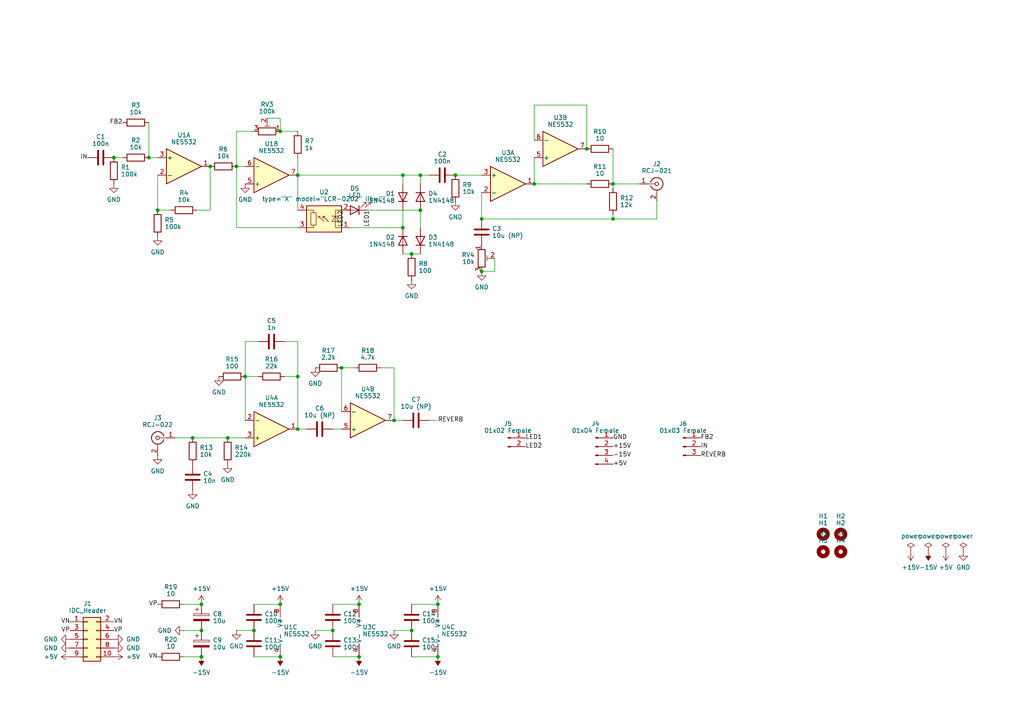
<source format=kicad_sch>
(kicad_sch (version 20211123) (generator "elektron")
  (paper "A4")
  (title_block (title "hall") (date "04-03-2023") (rev "1") (comment 1 "main circuit") (comment 2 "module for a spring reverb tank.") (comment 4 "License CC BY 4.0 - Attribution 4.0 International"))
  (label "IN" (at 25.4 45.72 180))
  (symbol (lib_id "Device:C") (at 29.21 45.72 90) (unit 1)
    (property "Reference" "C1" (at 29.21 39.69 -90))
    (property "Value" "100n" (at 29.21 41.69 -90))
    (property "Footprint" Capacitor_THT:C_Rect_L4.0mm_W2.5mm_P2.50mm (effects (hide yes) hide))
    (property "Description" "Unpolarized capacitor" (effects (hide yes)))
    (property "ki_keywords" "cap capacitor" (effects (hide yes)))
    (property "ki_fp_filters" "C_*" (effects (hide yes)))
  )
  (junction (at 33.02 45.72))
  (symbol (lib_id "Device:R") (at 33.02 49.53 0) (unit 1)
    (property "Reference" "R1" (at 35.04 48.53 0) (effects (justify left)))
    (property "Value" "100k" (at 35.04 50.53 0) (effects (justify left)))
    (property "Footprint" Resistor_THT:R_Axial_DIN0204_L3.6mm_D1.6mm_P5.08mm_Horizontal (effects (hide yes) hide))
    (property "Description" "Resistor" (effects (hide yes)))
    (property "ki_keywords" "R res resistor" (effects (hide yes)))
    (property "ki_fp_filters" "R_*" (effects (hide yes)))
  )
  (symbol (lib_id "power:GND") (at 33.02 53.34 0) (unit 1)
    (property "Reference" "GND" (effects (hide yes)))
    (property "Value" "GND" (at 33.02 57.88 0))
    (property "Description" "Power symbol creates a global label with name \"GND\" , ground" (effects (hide yes)))
    (property "ki_keywords" "global power" (effects (hide yes)))
  )
  (wire (pts (xy 33.02 45.72) (xy 35.56 45.72)))
  (symbol (lib_id "Device:R") (at 39.37 45.72 90) (unit 1)
    (property "Reference" "R2" (at 39.37 40.7 -90))
    (property "Value" "10k" (at 39.37 42.7 -90))
    (property "Footprint" Resistor_THT:R_Axial_DIN0204_L3.6mm_D1.6mm_P5.08mm_Horizontal (effects (hide yes) hide))
    (property "Description" "Resistor" (effects (hide yes)))
    (property "ki_keywords" "R res resistor" (effects (hide yes)))
    (property "ki_fp_filters" "R_*" (effects (hide yes)))
  )
  (junction (at 43.18 45.72))
  (wire (pts (xy 43.18 45.72) (xy 45.72 45.72)))
  (symbol (lib_id "Amplifier_Operational:NE5532") (at 53.34 48.26 0) (unit 1)
    (property "Reference" "U1" (at 53.34 39.18 0))
    (property "Value" "NE5532" (at 53.34 41.18 0))
    (property "Footprint" Package_DIP:DIP-8_W7.62mm_Socket (effects (hide yes) hide))
    (property "Datasheet" "http://www.ti.com/lit/ds/symlink/ne5532.pdf" (effects (hide yes)))
    (property "Description" "Dual Low-Noise Operational Amplifiers, DIP-8/SOIC-8" (effects (hide yes)))
    (property "ki_keywords" "dual opamp" (effects (hide yes)))
    (property "ki_fp_filters" "SOIC*3.9x4.9mm*P1.27mm* DIP*W7.62mm* TO*99* OnSemi*Micro8* TSSOP*3x3mm*P0.65mm* TSSOP*4.4x3mm*P0.65mm* MSOP*3x3mm*P0.65mm* SSOP*3.9x4.9mm*P0.635mm* LFCSP*2x2mm*P0.5mm* *SIP* SOIC*5.3x6.2mm*P1.27mm*" (effects (hide yes)))
    (property "Spice_Primitive" "X" (effects hide))
    (property "Spice_Model" "TL072c" (effects hide))
  )
  (wire (pts (xy 43.18 45.72) (xy 43.18 35.56)))
  (symbol (lib_id "Device:R") (at 39.37 35.56 270) (unit 1)
    (property "Reference" "R3" (at 39.37 30.54 -270))
    (property "Value" "10k" (at 39.37 32.54 -270))
    (property "Footprint" Resistor_THT:R_Axial_DIN0204_L3.6mm_D1.6mm_P5.08mm_Horizontal (effects (hide yes) hide))
    (property "Description" "Resistor" (effects (hide yes)))
    (property "ki_keywords" "R res resistor" (effects (hide yes)))
    (property "ki_fp_filters" "R_*" (effects (hide yes)))
  )
  (label "FB2" (at 35.56 35.56 180))
  (junction (at 60.96 48.26))
  (wire (pts (xy 60.96 48.26) (xy 60.96 60.96)))
  (wire (pts (xy 60.96 60.96) (xy 57.15 60.96)))
  (wire (pts (xy 49.53 60.96) (xy 45.72 60.96)))
  (symbol (lib_id "Device:R") (at 53.34 60.96 270) (unit 1)
    (property "Reference" "R4" (at 53.34 55.94 -270))
    (property "Value" "10k" (at 53.34 57.94 -270))
    (property "Footprint" Resistor_THT:R_Axial_DIN0204_L3.6mm_D1.6mm_P5.08mm_Horizontal (effects (hide yes) hide))
    (property "Description" "Resistor" (effects (hide yes)))
    (property "ki_keywords" "R res resistor" (effects (hide yes)))
    (property "ki_fp_filters" "R_*" (effects (hide yes)))
  )
  (junction (at 45.72 60.96))
  (wire (pts (xy 45.72 60.96) (xy 45.72 50.8)))
  (symbol (lib_id "Device:R") (at 45.72 64.77 0) (unit 1)
    (property "Reference" "R5" (at 47.74 63.769999999999996 0) (effects (justify left)))
    (property "Value" "100k" (at 47.74 65.77 0) (effects (justify left)))
    (property "Footprint" Resistor_THT:R_Axial_DIN0204_L3.6mm_D1.6mm_P5.08mm_Horizontal (effects (hide yes) hide))
    (property "Description" "Resistor" (effects (hide yes)))
    (property "ki_keywords" "R res resistor" (effects (hide yes)))
    (property "ki_fp_filters" "R_*" (effects (hide yes)))
  )
  (symbol (lib_id "power:GND") (at 45.72 68.58 0) (unit 1)
    (property "Reference" "GND" (effects (hide yes)))
    (property "Value" "GND" (at 45.72 73.12 0))
    (property "Description" "Power symbol creates a global label with name \"GND\" , ground" (effects (hide yes)))
    (property "ki_keywords" "global power" (effects (hide yes)))
  )
  (symbol (lib_id "Device:R") (at 64.77 48.26 90) (unit 1)
    (property "Reference" "R6" (at 64.77 43.24 -90))
    (property "Value" "10k" (at 64.77 45.24 -90))
    (property "Footprint" Resistor_THT:R_Axial_DIN0204_L3.6mm_D1.6mm_P5.08mm_Horizontal (effects (hide yes) hide))
    (property "Description" "Resistor" (effects (hide yes)))
    (property "ki_keywords" "R res resistor" (effects (hide yes)))
    (property "ki_fp_filters" "R_*" (effects (hide yes)))
  )
  (junction (at 68.58 48.26))
  (wire (pts (xy 68.58 48.26) (xy 71.12 48.26)))
  (symbol (lib_id "Amplifier_Operational:NE5532") (at 78.74 50.8 0) (mirror x) (unit 2)
    (property "Reference" "U1" (at 78.74 41.72 0))
    (property "Value" "NE5532" (at 78.74 43.72 0))
    (property "Footprint" Package_DIP:DIP-8_W7.62mm_Socket (effects (hide yes) hide))
    (property "Datasheet" "http://www.ti.com/lit/ds/symlink/ne5532.pdf" (effects (hide yes)))
    (property "Description" "Dual Low-Noise Operational Amplifiers, DIP-8/SOIC-8" (effects (hide yes)))
    (property "ki_keywords" "dual opamp" (effects (hide yes)))
    (property "ki_fp_filters" "SOIC*3.9x4.9mm*P1.27mm* DIP*W7.62mm* TO*99* OnSemi*Micro8* TSSOP*3x3mm*P0.65mm* TSSOP*4.4x3mm*P0.65mm* MSOP*3x3mm*P0.65mm* SSOP*3.9x4.9mm*P0.635mm* LFCSP*2x2mm*P0.5mm* *SIP* SOIC*5.3x6.2mm*P1.27mm*" (effects (hide yes)))
    (property "Spice_Primitive" "X" (effects hide))
    (property "Spice_Model" "TL072c" (effects hide))
  )
  (symbol (lib_id "power:GND") (at 71.12 53.34 0) (unit 1)
    (property "Reference" "GND" (effects (hide yes)))
    (property "Value" "GND" (at 71.12 57.88 0))
    (property "Description" "Power symbol creates a global label with name \"GND\" , ground" (effects (hide yes)))
    (property "ki_keywords" "global power" (effects (hide yes)))
  )
  (junction (at 86.36 50.8))
  (wire (pts (xy 86.36 50.8) (xy 86.36 45.72)))
  (symbol (lib_id "Device:R") (at 86.36 41.91 180) (unit 1)
    (property "Reference" "R7" (at 88.38 40.91 0) (effects (justify right)))
    (property "Value" "1k" (at 88.38 42.91 0) (effects (justify right)))
    (property "Footprint" Resistor_THT:R_Axial_DIN0204_L3.6mm_D1.6mm_P5.08mm_Horizontal (effects (hide yes) hide))
    (property "Description" "Resistor" (effects (hide yes)))
    (property "ki_keywords" "R res resistor" (effects (hide yes)))
    (property "ki_fp_filters" "R_*" (effects (hide yes)))
  )
  (wire (pts (xy 86.36 38.1) (xy 81.28 38.1)))
  (symbol (lib_id "Device:R_Potentiometer_Trim") (at 77.47 38.1 90) (mirror y) (unit 1)
    (property "Reference" "RV3" (at 77.47 30.29 -90))
    (property "Value" "100k" (at 77.47 32.29 -90))
    (property "Footprint" Potentiometer_THT:Potentiometer_Bourns_3299W_Vertical (effects (hide yes) hide))
    (property "Description" "Trim-potentiometer" (effects (hide yes)))
    (property "ki_keywords" "resistor variable trimpot trimmer" (effects (hide yes)))
    (property "ki_fp_filters" "Potentiometer*" (effects (hide yes)))
    (property "Spice_Primitive" "X" (effects hide))
    (property "Spice_Model" "Potentiometer" (effects hide))
  )
  (wire (pts (xy 77.47 34.29) (xy 81.28 34.29)))
  (junction (at 81.28 38.1))
  (wire (pts (xy 81.28 34.29) (xy 81.28 38.1)))
  (wire (pts (xy 73.66 38.1) (xy 68.58 38.1)))
  (wire (pts (xy 68.58 38.1) (xy 68.58 48.26)))
  (wire (pts (xy 68.58 48.26) (xy 68.58 66.04)))
  (wire (pts (xy 68.58 66.04) (xy 86.36 66.04)))
  (symbol (lib_id "elektrophon:LCR-0202") (at 93.98 63.5 180) (unit 1)
    (property "Reference" "U2" (at 93.98 55.69 0))
    (property "Value" "LCR-0202" (at 93.98 57.69 0))
    (property "Footprint" DIP-4_W10.16mm (effects hide))
    (property "Datasheet" "http://j5d2v7d7.stackpathcdn.com/wp-content/uploads/2016/10/LCR-0202.pdf" (effects hide))
    (property "ki_keywords" "vactrol" (effects hide))
    (property "ki_description" "Low Cost Axial Vactrols" (effects hide))
    (property "ki_fp_filters" "PerkinElmer*VTL5C*" (effects hide))
    (property "Spice_Primitive" "X" (effects hide))
  )
  (wire (pts (xy 86.36 50.8) (xy 116.84 50.8)))
  (junction (at 116.84 50.8))
  (wire (pts (xy 116.84 50.8) (xy 116.84 53.34)))
  (symbol (lib_id "Diode:1N4148") (at 116.84 57.15 90) (unit 1)
    (property "Reference" "D1" (at 114.57 56.150000000000006 -90) (effects (justify right)))
    (property "Value" "1N4148" (at 114.57 58.150000000000006 -90) (effects (justify right)))
    (property "Footprint" Diode_THT:D_DO-35_SOD27_P7.62mm_Horizontal (effects (hide yes) hide))
    (property "Datasheet" "https://assets.nexperia.com/documents/data-sheet/1N4148_1N4448.pdf" (effects (hide yes)))
    (property "Description" "100V 0.15A standard switching diode, DO-35" (effects (hide yes)))
    (property "Sim.Device" "D" (effects (hide yes)))
    (property "Sim.Pins" "1=K 2=A" (effects (hide yes)))
    (property "ki_keywords" "diode" (effects (hide yes)))
    (property "ki_fp_filters" "D*DO?35*" (effects (hide yes)))
    (property "Spice_Primitive" "D" (effects hide))
    (property "Spice_Model" "D1N4148" (effects hide))
    (property "Spice_Node_Sequence" "2 1" (effects hide))
  )
  (wire (pts (xy 116.84 60.96) (xy 116.84 66.04)))
  (junction (at 116.84 66.04))
  (symbol (lib_id "Diode:1N4148") (at 116.84 69.85 270) (unit 1)
    (property "Reference" "D2" (at 114.57 68.85 -270) (effects (justify right)))
    (property "Value" "1N4148" (at 114.57 70.85 -270) (effects (justify right)))
    (property "Footprint" Diode_THT:D_DO-35_SOD27_P7.62mm_Horizontal (effects (hide yes) hide))
    (property "Datasheet" "https://assets.nexperia.com/documents/data-sheet/1N4148_1N4448.pdf" (effects (hide yes)))
    (property "Description" "100V 0.15A standard switching diode, DO-35" (effects (hide yes)))
    (property "Sim.Device" "D" (effects (hide yes)))
    (property "Sim.Pins" "1=K 2=A" (effects (hide yes)))
    (property "ki_keywords" "diode" (effects (hide yes)))
    (property "ki_fp_filters" "D*DO?35*" (effects (hide yes)))
    (property "Spice_Node_Sequence" "2 1" (effects hide))
    (property "Spice_Primitive" "D" (effects hide))
    (property "Spice_Model" "D1N4148" (effects hide))
  )
  (wire (pts (xy 116.84 73.66) (xy 119.38 73.66)))
  (junction (at 119.38 73.66))
  (wire (pts (xy 119.38 73.66) (xy 121.92 73.66)))
  (symbol (lib_id "Diode:1N4148") (at 121.92 69.85 90) (unit 1)
    (property "Reference" "D3" (at 124.19 68.85 -90) (effects (justify left)))
    (property "Value" "1N4148" (at 124.19 70.85 -90) (effects (justify left)))
    (property "Footprint" Diode_THT:D_DO-35_SOD27_P7.62mm_Horizontal (effects (hide yes) hide))
    (property "Datasheet" "https://assets.nexperia.com/documents/data-sheet/1N4148_1N4448.pdf" (effects (hide yes)))
    (property "Description" "100V 0.15A standard switching diode, DO-35" (effects (hide yes)))
    (property "Sim.Device" "D" (effects (hide yes)))
    (property "Sim.Pins" "1=K 2=A" (effects (hide yes)))
    (property "ki_keywords" "diode" (effects (hide yes)))
    (property "ki_fp_filters" "D*DO?35*" (effects (hide yes)))
    (property "Spice_Node_Sequence" "2 1" (effects hide))
    (property "Spice_Model" "D1N4148" (effects hide))
    (property "Spice_Primitive" "D" (effects hide))
  )
  (wire (pts (xy 121.92 66.04) (xy 121.92 60.96)))
  (junction (at 121.92 60.96))
  (wire (pts (xy 121.92 60.96) (xy 121.92 60.96)))
  (symbol (lib_id "Diode:1N4148") (at 121.92 57.15 270) (unit 1)
    (property "Reference" "D4" (at 124.19 56.150000000000006 -270) (effects (justify left)))
    (property "Value" "1N4148" (at 124.19 58.150000000000006 -270) (effects (justify left)))
    (property "Footprint" Diode_THT:D_DO-35_SOD27_P7.62mm_Horizontal (effects (hide yes) hide))
    (property "Datasheet" "https://assets.nexperia.com/documents/data-sheet/1N4148_1N4448.pdf" (effects (hide yes)))
    (property "Description" "100V 0.15A standard switching diode, DO-35" (effects (hide yes)))
    (property "Sim.Device" "D" (effects (hide yes)))
    (property "Sim.Pins" "1=K 2=A" (effects (hide yes)))
    (property "ki_keywords" "diode" (effects (hide yes)))
    (property "ki_fp_filters" "D*DO?35*" (effects (hide yes)))
    (property "Spice_Model" "D1N4148" (effects hide))
    (property "Spice_Node_Sequence" "2 1" (effects hide))
    (property "Spice_Primitive" "D" (effects hide))
  )
  (wire (pts (xy 121.92 53.34) (xy 121.92 50.8)))
  (junction (at 121.92 50.8))
  (wire (pts (xy 121.92 60.96) (xy 106.68 60.96)))
  (symbol (lib_id "Device:LED") (at 102.87 60.96 180) (unit 1) (on_board no)
    (property "Reference" "D5" (at 102.87 54.67 0))
    (property "Value" "LED" (at 102.87 56.67 0))
    (property "Footprint" LED_THT:LED_D5.0mm (effects (hide yes) hide))
    (property "Description" "Light emitting diode" (effects (hide yes)))
    (property "ki_keywords" "LED diode" (effects (hide yes)))
    (property "ki_fp_filters" "LED* LED_SMD:* LED_THT:*" (effects (hide yes)))
    (property "Spice_Model" "LED2" (effects hide))
    (property "Spice_Primitive" "D" (effects hide))
    (property "Spice_Node_Sequence" "2 1" (effects hide))
  )
  (wire (pts (xy 99.06 60.96) (xy 101.6 60.96)))
  (symbol (lib_id "Device:R") (at 119.38 77.47 0) (unit 1)
    (property "Reference" "R8" (at 121.4 76.47 0) (effects (justify left)))
    (property "Value" "100" (at 121.4 78.47 0) (effects (justify left)))
    (property "Footprint" Resistor_THT:R_Axial_DIN0204_L3.6mm_D1.6mm_P5.08mm_Horizontal (effects (hide yes) hide))
    (property "Description" "Resistor" (effects (hide yes)))
    (property "ki_keywords" "R res resistor" (effects (hide yes)))
    (property "ki_fp_filters" "R_*" (effects (hide yes)))
  )
  (symbol (lib_id "power:GND") (at 119.38 81.28 0) (unit 1)
    (property "Reference" "GND" (effects (hide yes)))
    (property "Value" "GND" (at 119.38 85.82 0))
    (property "Description" "Power symbol creates a global label with name \"GND\" , ground" (effects (hide yes)))
    (property "ki_keywords" "global power" (effects (hide yes)))
  )
  (wire (pts (xy 116.84 66.04) (xy 101.6 66.04)))
  (wire (pts (xy 86.36 50.8) (xy 86.36 60.96)))
  (wire (pts (xy 116.84 50.8) (xy 121.92 50.8)))
  (wire (pts (xy 121.92 50.8) (xy 124.46 50.8)))
  (symbol (lib_id "Device:C") (at 128.27 50.8 90) (unit 1)
    (property "Reference" "C2" (at 128.27 44.77 -90))
    (property "Value" "100n" (at 128.27 46.77 -90))
    (property "Footprint" Capacitor_THT:C_Rect_L4.0mm_W2.5mm_P2.50mm (effects (hide yes) hide))
    (property "Description" "Unpolarized capacitor" (effects (hide yes)))
    (property "ki_keywords" "cap capacitor" (effects (hide yes)))
    (property "ki_fp_filters" "C_*" (effects (hide yes)))
  )
  (junction (at 132.08 50.8))
  (symbol (lib_id "Device:R") (at 132.08 54.61 0) (unit 1)
    (property "Reference" "R9" (at 134.1 53.61 0) (effects (justify left)))
    (property "Value" "10k" (at 134.1 55.61 0) (effects (justify left)))
    (property "Footprint" Resistor_THT:R_Axial_DIN0204_L3.6mm_D1.6mm_P5.08mm_Horizontal (effects (hide yes) hide))
    (property "Description" "Resistor" (effects (hide yes)))
    (property "ki_keywords" "R res resistor" (effects (hide yes)))
    (property "ki_fp_filters" "R_*" (effects (hide yes)))
  )
  (symbol (lib_id "power:GND") (at 132.08 58.42 0) (unit 1)
    (property "Reference" "GND" (effects (hide yes)))
    (property "Value" "GND" (at 132.08 62.96 0))
    (property "Description" "Power symbol creates a global label with name \"GND\" , ground" (effects (hide yes)))
    (property "ki_keywords" "global power" (effects (hide yes)))
  )
  (wire (pts (xy 132.08 50.8) (xy 139.7 50.8)))
  (symbol (lib_id "Amplifier_Operational:NE5532") (at 147.32 53.34 0) (unit 1)
    (property "Reference" "U3" (at 147.32 44.26 0))
    (property "Value" "NE5532" (at 147.32 46.26 0))
    (property "Footprint" Package_DIP:DIP-8_W7.62mm_Socket (effects (hide yes) hide))
    (property "Datasheet" "http://www.ti.com/lit/ds/symlink/ne5532.pdf" (effects (hide yes)))
    (property "Description" "Dual Low-Noise Operational Amplifiers, DIP-8/SOIC-8" (effects (hide yes)))
    (property "ki_keywords" "dual opamp" (effects (hide yes)))
    (property "ki_fp_filters" "SOIC*3.9x4.9mm*P1.27mm* DIP*W7.62mm* TO*99* OnSemi*Micro8* TSSOP*3x3mm*P0.65mm* TSSOP*4.4x3mm*P0.65mm* MSOP*3x3mm*P0.65mm* SSOP*3.9x4.9mm*P0.635mm* LFCSP*2x2mm*P0.5mm* *SIP* SOIC*5.3x6.2mm*P1.27mm*" (effects (hide yes)))
    (property "Spice_Primitive" "X" (effects hide))
    (property "Spice_Model" "TL072c" (effects hide))
  )
  (junction (at 154.94 53.34))
  (wire (pts (xy 154.94 53.34) (xy 154.94 45.72)))
  (symbol (lib_id "Amplifier_Operational:NE5532") (at 162.56 43.18 0) (mirror x) (unit 2)
    (property "Reference" "U3" (at 162.56 34.1 0))
    (property "Value" "NE5532" (at 162.56 36.1 0))
    (property "Footprint" Package_DIP:DIP-8_W7.62mm_Socket (effects (hide yes) hide))
    (property "Datasheet" "http://www.ti.com/lit/ds/symlink/ne5532.pdf" (effects (hide yes)))
    (property "Description" "Dual Low-Noise Operational Amplifiers, DIP-8/SOIC-8" (effects (hide yes)))
    (property "ki_keywords" "dual opamp" (effects (hide yes)))
    (property "ki_fp_filters" "SOIC*3.9x4.9mm*P1.27mm* DIP*W7.62mm* TO*99* OnSemi*Micro8* TSSOP*3x3mm*P0.65mm* TSSOP*4.4x3mm*P0.65mm* MSOP*3x3mm*P0.65mm* SSOP*3.9x4.9mm*P0.635mm* LFCSP*2x2mm*P0.5mm* *SIP* SOIC*5.3x6.2mm*P1.27mm*" (effects (hide yes)))
    (property "Spice_Primitive" "X" (effects hide))
    (property "Spice_Model" "TL072c" (effects hide))
  )
  (wire (pts (xy 170.18 43.18) (xy 170.18 30.48)))
  (wire (pts (xy 170.18 30.48) (xy 154.94 30.48)))
  (wire (pts (xy 154.94 30.48) (xy 154.94 40.64)))
  (junction (at 170.18 43.18))
  (symbol (lib_id "Device:R") (at 173.99 43.18 90) (unit 1)
    (property "Reference" "R10" (at 173.99 38.16 -90))
    (property "Value" "10" (at 173.99 40.16 -90))
    (property "Footprint" Resistor_THT:R_Axial_DIN0204_L3.6mm_D1.6mm_P5.08mm_Horizontal (effects (hide yes) hide))
    (property "Description" "Resistor" (effects (hide yes)))
    (property "ki_keywords" "R res resistor" (effects (hide yes)))
    (property "ki_fp_filters" "R_*" (effects (hide yes)))
  )
  (wire (pts (xy 177.8 43.18) (xy 177.8 53.34)))
  (junction (at 177.8 53.34))
  (symbol (lib_id "Device:R") (at 173.99 53.34 270) (unit 1)
    (property "Reference" "R11" (at 173.99 48.32 -270))
    (property "Value" "10" (at 173.99 50.32 -270))
    (property "Footprint" Resistor_THT:R_Axial_DIN0204_L3.6mm_D1.6mm_P5.08mm_Horizontal (effects (hide yes) hide))
    (property "Description" "Resistor" (effects (hide yes)))
    (property "ki_keywords" "R res resistor" (effects (hide yes)))
    (property "ki_fp_filters" "R_*" (effects (hide yes)))
  )
  (wire (pts (xy 170.18 53.34) (xy 154.94 53.34)))
  (wire (pts (xy 139.7 55.88) (xy 139.7 63.5)))
  (junction (at 139.7 63.5))
  (symbol (lib_id "Device:C") (at 139.7 67.31 0) (unit 1)
    (property "Reference" "C3" (at 142.73 66.31 0) (effects (justify left)))
    (property "Value" "10u (NP)" (at 142.73 68.31 0) (effects (justify left)))
    (property "Footprint" Capacitor_THT:CP_Radial_D6.3mm_P2.50mm (effects (hide yes) hide))
    (property "Description" "Unpolarized capacitor" (effects (hide yes)))
    (property "ki_keywords" "cap capacitor" (effects (hide yes)))
    (property "ki_fp_filters" "C_*" (effects (hide yes)))
  )
  (symbol (lib_id "Device:R_Potentiometer_Trim") (at 139.7 74.93 0) (unit 1)
    (property "Reference" "RV4" (at 137.68 73.93 0) (effects (justify right)))
    (property "Value" "10k" (at 137.68 75.93 0) (effects (justify right)))
    (property "Footprint" Potentiometer_THT:Potentiometer_Bourns_3299W_Vertical (effects (hide yes) hide))
    (property "Description" "Trim-potentiometer" (effects (hide yes)))
    (property "ki_keywords" "resistor variable trimpot trimmer" (effects (hide yes)))
    (property "ki_fp_filters" "Potentiometer*" (effects (hide yes)))
    (property "Spice_Model" "Potentiometer1" (effects hide))
    (property "Spice_Primitive" "X" (effects hide))
  )
  (symbol (lib_id "power:GND") (at 139.7 78.74 0) (unit 1)
    (property "Reference" "GND" (effects (hide yes)))
    (property "Value" "GND" (at 139.7 83.28 0))
    (property "Description" "Power symbol creates a global label with name \"GND\" , ground" (effects (hide yes)))
    (property "ki_keywords" "global power" (effects (hide yes)))
  )
  (wire (pts (xy 143.51 74.93) (xy 143.51 78.74)))
  (junction (at 139.7 78.74))
  (wire (pts (xy 143.51 78.74) (xy 139.7 78.74)))
  (wire (pts (xy 177.8 53.34) (xy 185.42 53.34)))
  (symbol (lib_id "Connector:Conn_Coaxial") (at 190.5 53.34 0) (unit 1)
    (property "Reference" "J2" (at 190.5 47.53 0))
    (property "Value" "RCJ-021" (at 190.5 49.53 0))
    (property "Footprint" elektrophon:CUI_RCJ-026 (effects (hide yes) hide))
    (property "Datasheet" " ~" (effects (hide yes)))
    (property "Description" "coaxial connector (BNC, SMA, SMB, SMC, Cinch/RCA, LEMO, ...)" (effects (hide yes)))
    (property "ki_keywords" "BNC SMA SMB SMC LEMO coaxial connector CINCH RCA MCX MMCX U.FL UMRF" (effects (hide yes)))
    (property "ki_fp_filters" "*BNC* *SMA* *SMB* *SMC* *Cinch* *LEMO* *UMRF* *MCX* *U.FL*" (effects (hide yes)))
  )
  (wire (pts (xy 139.7 63.5) (xy 177.8 63.5)))
  (junction (at 177.8 63.5))
  (wire (pts (xy 177.8 63.5) (xy 190.5 63.5)))
  (wire (pts (xy 190.5 63.5) (xy 190.5 58.42)))
  (wire (pts (xy 177.8 63.5) (xy 177.8 62.23)))
  (wire (pts (xy 177.8 54.61) (xy 177.8 53.34)))
  (symbol (lib_id "Device:R") (at 177.8 58.42 180) (unit 1)
    (property "Reference" "R12" (at 179.82 57.42 0) (effects (justify right)))
    (property "Value" "12k" (at 179.82 59.42 0) (effects (justify right)))
    (property "Footprint" Resistor_THT:R_Axial_DIN0204_L3.6mm_D1.6mm_P5.08mm_Horizontal (effects (hide yes) hide))
    (property "Description" "Resistor" (effects (hide yes)))
    (property "ki_keywords" "R res resistor" (effects (hide yes)))
    (property "ki_fp_filters" "R_*" (effects (hide yes)))
  )
  (symbol (lib_id "Connector:Conn_Coaxial") (at 45.72 127 0) (mirror y) (unit 1)
    (property "Reference" "J3" (at 45.72 121.19 0))
    (property "Value" "RCJ-022" (at 45.72 123.19 0))
    (property "Footprint" elektrophon:CUI_RCJ-026 (effects (hide yes) hide))
    (property "Datasheet" " ~" (effects (hide yes)))
    (property "Description" "coaxial connector (BNC, SMA, SMB, SMC, Cinch/RCA, LEMO, ...)" (effects (hide yes)))
    (property "ki_keywords" "BNC SMA SMB SMC LEMO coaxial connector CINCH RCA MCX MMCX U.FL UMRF" (effects (hide yes)))
    (property "ki_fp_filters" "*BNC* *SMA* *SMB* *SMC* *Cinch* *LEMO* *UMRF* *MCX* *U.FL*" (effects (hide yes)))
  )
  (symbol (lib_id "power:GND") (at 45.72 132.08 0) (unit 1)
    (property "Reference" "GND" (effects (hide yes)))
    (property "Value" "GND" (at 45.72 136.62 0))
    (property "Description" "Power symbol creates a global label with name \"GND\" , ground" (effects (hide yes)))
    (property "ki_keywords" "global power" (effects (hide yes)))
  )
  (wire (pts (xy 50.8 127) (xy 55.88 127)))
  (junction (at 55.88 127))
  (symbol (lib_id "Device:R") (at 55.88 130.81 0) (unit 1)
    (property "Reference" "R13" (at 57.9 129.81 0) (effects (justify left)))
    (property "Value" "10k" (at 57.9 131.81 0) (effects (justify left)))
    (property "Footprint" Resistor_THT:R_Axial_DIN0204_L3.6mm_D1.6mm_P5.08mm_Horizontal (effects (hide yes) hide))
    (property "Description" "Resistor" (effects (hide yes)))
    (property "ki_keywords" "R res resistor" (effects (hide yes)))
    (property "ki_fp_filters" "R_*" (effects (hide yes)))
  )
  (symbol (lib_id "Device:C") (at 55.88 138.43 0) (unit 1)
    (property "Reference" "C4" (at 58.91 137.43 0) (effects (justify left)))
    (property "Value" "10n" (at 58.91 139.43 0) (effects (justify left)))
    (property "Footprint" Capacitor_THT:C_Rect_L4.0mm_W2.5mm_P2.50mm (effects (hide yes) hide))
    (property "Description" "Unpolarized capacitor" (effects (hide yes)))
    (property "ki_keywords" "cap capacitor" (effects (hide yes)))
    (property "ki_fp_filters" "C_*" (effects (hide yes)))
  )
  (symbol (lib_id "power:GND") (at 55.88 142.24 0) (unit 1)
    (property "Reference" "GND" (effects (hide yes)))
    (property "Value" "GND" (at 55.88 146.78 0))
    (property "Description" "Power symbol creates a global label with name \"GND\" , ground" (effects (hide yes)))
    (property "ki_keywords" "global power" (effects (hide yes)))
  )
  (wire (pts (xy 55.88 127) (xy 66.04 127)))
  (junction (at 66.04 127))
  (symbol (lib_id "Device:R") (at 66.04 130.81 0) (unit 1)
    (property "Reference" "R14" (at 68.06 129.81 0) (effects (justify left)))
    (property "Value" "220k" (at 68.06 131.81 0) (effects (justify left)))
    (property "Footprint" Resistor_THT:R_Axial_DIN0204_L3.6mm_D1.6mm_P5.08mm_Horizontal (effects (hide yes) hide))
    (property "Description" "Resistor" (effects (hide yes)))
    (property "ki_keywords" "R res resistor" (effects (hide yes)))
    (property "ki_fp_filters" "R_*" (effects (hide yes)))
  )
  (symbol (lib_id "power:GND") (at 66.04 134.62 0) (unit 1)
    (property "Reference" "GND" (effects (hide yes)))
    (property "Value" "GND" (at 66.04 139.16 0))
    (property "Description" "Power symbol creates a global label with name \"GND\" , ground" (effects (hide yes)))
    (property "ki_keywords" "global power" (effects (hide yes)))
  )
  (wire (pts (xy 66.04 127) (xy 71.12 127)))
  (symbol (lib_id "Amplifier_Operational:NE5532") (at 78.74 124.46 0) (mirror x) (unit 1)
    (property "Reference" "U4" (at 78.74 115.38 0))
    (property "Value" "NE5532" (at 78.74 117.38 0))
    (property "Footprint" Package_DIP:DIP-8_W7.62mm_Socket (effects (hide yes) hide))
    (property "Datasheet" "http://www.ti.com/lit/ds/symlink/ne5532.pdf" (effects (hide yes)))
    (property "Description" "Dual Low-Noise Operational Amplifiers, DIP-8/SOIC-8" (effects (hide yes)))
    (property "ki_keywords" "dual opamp" (effects (hide yes)))
    (property "ki_fp_filters" "SOIC*3.9x4.9mm*P1.27mm* DIP*W7.62mm* TO*99* OnSemi*Micro8* TSSOP*3x3mm*P0.65mm* TSSOP*4.4x3mm*P0.65mm* MSOP*3x3mm*P0.65mm* SSOP*3.9x4.9mm*P0.635mm* LFCSP*2x2mm*P0.5mm* *SIP* SOIC*5.3x6.2mm*P1.27mm*" (effects (hide yes)))
    (property "Spice_Model" "TL072c" (effects hide))
    (property "Spice_Primitive" "X" (effects hide))
  )
  (wire (pts (xy 71.12 121.92) (xy 71.12 109.22)))
  (junction (at 71.12 109.22))
  (symbol (lib_id "Device:R") (at 67.31 109.22 270) (unit 1)
    (property "Reference" "R15" (at 67.31 104.2 -270))
    (property "Value" "100" (at 67.31 106.2 -270))
    (property "Footprint" Resistor_THT:R_Axial_DIN0204_L3.6mm_D1.6mm_P5.08mm_Horizontal (effects (hide yes) hide))
    (property "Description" "Resistor" (effects (hide yes)))
    (property "ki_keywords" "R res resistor" (effects (hide yes)))
    (property "ki_fp_filters" "R_*" (effects (hide yes)))
  )
  (symbol (lib_id "power:GND") (at 63.5 109.22 0) (unit 1)
    (property "Reference" "GND" (effects (hide yes)))
    (property "Value" "GND" (at 63.5 113.76 0))
    (property "Description" "Power symbol creates a global label with name \"GND\" , ground" (effects (hide yes)))
    (property "ki_keywords" "global power" (effects (hide yes)))
  )
  (wire (pts (xy 71.12 109.22) (xy 74.93 109.22)))
  (wire (pts (xy 82.55 109.22) (xy 86.36 109.22)))
  (symbol (lib_id "Device:R") (at 78.74 109.22 90) (unit 1)
    (property "Reference" "R16" (at 78.74 104.2 -90))
    (property "Value" "22k" (at 78.74 106.2 -90))
    (property "Footprint" Resistor_THT:R_Axial_DIN0204_L3.6mm_D1.6mm_P5.08mm_Horizontal (effects (hide yes) hide))
    (property "Description" "Resistor" (effects (hide yes)))
    (property "ki_keywords" "R res resistor" (effects (hide yes)))
    (property "ki_fp_filters" "R_*" (effects (hide yes)))
  )
  (junction (at 86.36 109.22))
  (wire (pts (xy 86.36 109.22) (xy 86.36 124.46)))
  (junction (at 86.36 124.46))
  (wire (pts (xy 71.12 109.22) (xy 71.12 99.06)))
  (wire (pts (xy 71.12 99.06) (xy 74.93 99.06)))
  (wire (pts (xy 82.55 99.06) (xy 86.36 99.06)))
  (symbol (lib_id "Device:C") (at 78.74 99.06 90) (unit 1)
    (property "Reference" "C5" (at 78.74 93.03 -90))
    (property "Value" "1n" (at 78.74 95.03 -90))
    (property "Footprint" Capacitor_THT:C_Rect_L4.0mm_W2.5mm_P2.50mm (effects (hide yes) hide))
    (property "Description" "Unpolarized capacitor" (effects (hide yes)))
    (property "ki_keywords" "cap capacitor" (effects (hide yes)))
    (property "ki_fp_filters" "C_*" (effects (hide yes)))
  )
  (wire (pts (xy 86.36 99.06) (xy 86.36 124.46)))
  (wire (pts (xy 86.36 124.46) (xy 88.9 124.46)))
  (symbol (lib_id "Device:C") (at 92.71 124.46 90) (unit 1)
    (property "Reference" "C6" (at 92.71 118.43 -90))
    (property "Value" "10u (NP)" (at 92.71 120.43 -90))
    (property "Footprint" Capacitor_THT:CP_Radial_D6.3mm_P2.50mm (effects (hide yes) hide))
    (property "Description" "Unpolarized capacitor" (effects (hide yes)))
    (property "ki_keywords" "cap capacitor" (effects (hide yes)))
    (property "ki_fp_filters" "C_*" (effects (hide yes)))
  )
  (wire (pts (xy 96.52 124.46) (xy 99.06 124.46)))
  (symbol (lib_id "Amplifier_Operational:NE5532") (at 106.68 121.92 0) (mirror x) (unit 2)
    (property "Reference" "U4" (at 106.68 112.84 0))
    (property "Value" "NE5532" (at 106.68 114.84 0))
    (property "Footprint" Package_DIP:DIP-8_W7.62mm_Socket (effects (hide yes) hide))
    (property "Datasheet" "http://www.ti.com/lit/ds/symlink/ne5532.pdf" (effects (hide yes)))
    (property "Description" "Dual Low-Noise Operational Amplifiers, DIP-8/SOIC-8" (effects (hide yes)))
    (property "ki_keywords" "dual opamp" (effects (hide yes)))
    (property "ki_fp_filters" "SOIC*3.9x4.9mm*P1.27mm* DIP*W7.62mm* TO*99* OnSemi*Micro8* TSSOP*3x3mm*P0.65mm* TSSOP*4.4x3mm*P0.65mm* MSOP*3x3mm*P0.65mm* SSOP*3.9x4.9mm*P0.635mm* LFCSP*2x2mm*P0.5mm* *SIP* SOIC*5.3x6.2mm*P1.27mm*" (effects (hide yes)))
    (property "Spice_Primitive" "X" (effects hide))
    (property "Spice_Model" "TL072c" (effects hide))
  )
  (wire (pts (xy 99.06 119.38) (xy 99.06 106.68)))
  (junction (at 99.06 106.68))
  (symbol (lib_id "Device:R") (at 95.25 106.68 270) (unit 1)
    (property "Reference" "R17" (at 95.25 101.66 -270))
    (property "Value" "2.2k" (at 95.25 103.66 -270))
    (property "Footprint" Resistor_THT:R_Axial_DIN0204_L3.6mm_D1.6mm_P5.08mm_Horizontal (effects (hide yes) hide))
    (property "Description" "Resistor" (effects (hide yes)))
    (property "ki_keywords" "R res resistor" (effects (hide yes)))
    (property "ki_fp_filters" "R_*" (effects (hide yes)))
  )
  (symbol (lib_id "power:GND") (at 91.44 106.68 0) (unit 1)
    (property "Reference" "GND" (effects (hide yes)))
    (property "Value" "GND" (at 91.44 111.22 0))
    (property "Description" "Power symbol creates a global label with name \"GND\" , ground" (effects (hide yes)))
    (property "ki_keywords" "global power" (effects (hide yes)))
  )
  (wire (pts (xy 99.06 106.68) (xy 102.87 106.68)))
  (wire (pts (xy 110.49 106.68) (xy 114.3 106.68)))
  (symbol (lib_id "Device:R") (at 106.68 106.68 90) (unit 1)
    (property "Reference" "R18" (at 106.68 101.66 -90))
    (property "Value" "4.7k" (at 106.68 103.66 -90))
    (property "Footprint" Resistor_THT:R_Axial_DIN0204_L3.6mm_D1.6mm_P5.08mm_Horizontal (effects (hide yes) hide))
    (property "Description" "Resistor" (effects (hide yes)))
    (property "ki_keywords" "R res resistor" (effects (hide yes)))
    (property "ki_fp_filters" "R_*" (effects (hide yes)))
  )
  (wire (pts (xy 114.3 106.68) (xy 114.3 121.92)))
  (junction (at 114.3 121.92))
  (wire (pts (xy 114.3 121.92) (xy 116.84 121.92)))
  (symbol (lib_id "Device:C") (at 120.65 121.92 90) (unit 1)
    (property "Reference" "C7" (at 120.65 115.89 -90))
    (property "Value" "10u (NP)" (at 120.65 117.89 -90))
    (property "Footprint" Capacitor_THT:CP_Radial_D6.3mm_P2.50mm (effects (hide yes) hide))
    (property "Description" "Unpolarized capacitor" (effects (hide yes)))
    (property "ki_keywords" "cap capacitor" (effects (hide yes)))
    (property "ki_fp_filters" "C_*" (effects (hide yes)))
  )
  (wire (pts (xy 124.46 121.92) (xy 127 121.92)))
  (label "REVERB" (at 127 121.92 0))
  (label "LED1" (at 106.68 60.96 270))
  (label "LED2" (at 99.06 60.96 270))
  (symbol (lib_id "Connector:Conn_01x04_Pin") (at 172.72 129.54 0) (unit 1)
    (property "Reference" "J4" (at 172.72 122.87 0))
    (property "Value" "01x04 Female" (at 172.72 124.87 0))
    (property "Footprint" Connector_PinSocket_2.54mm:PinSocket_1x04_P2.54mm_Vertical (effects (hide yes) hide))
    (property "Description" "Generic connector, single row, 01x04, script generated" (effects (hide yes)))
    (property "ki_keywords" "connector" (effects (hide yes)))
    (property "ki_fp_filters" "Connector*:*_1x??_*" (effects (hide yes)))
  )
  (label "GND" (at 177.8 127 0))
  (label "+15V" (at 177.8 129.54 0))
  (label "-15V" (at 177.8 132.08 0))
  (label "+5V" (at 177.8 134.62 0))
  (symbol (lib_id "Connector:Conn_01x02_Pin") (at 147.32 127 0) (unit 1)
    (property "Reference" "J5" (at 147.32 122.87 0))
    (property "Value" "01x02 Female" (at 147.32 124.87 0))
    (property "Footprint" Connector_PinSocket_2.54mm:PinSocket_1x02_P2.54mm_Vertical (effects (hide yes) hide))
    (property "Description" "Generic connector, single row, 01x02, script generated" (effects (hide yes)))
    (property "ki_keywords" "connector" (effects (hide yes)))
    (property "ki_fp_filters" "Connector*:*_1x??_*" (effects (hide yes)))
  )
  (label "LED1" (at 152.4 127 0))
  (label "LED2" (at 152.4 129.54 0))
  (symbol (lib_id "Connector:Conn_01x03_Pin") (at 198.12 129.54 0) (unit 1)
    (property "Reference" "J6" (at 198.12 122.87 0))
    (property "Value" "01x03 Female" (at 198.12 124.87 0))
    (property "Footprint" Connector_PinSocket_2.54mm:PinSocket_1x03_P2.54mm_Vertical (effects (hide yes) hide))
    (property "Description" "Generic connector, single row, 01x03, script generated" (effects (hide yes)))
    (property "ki_keywords" "connector" (effects (hide yes)))
    (property "ki_fp_filters" "Connector*:*_1x??_*" (effects (hide yes)))
  )
  (label "FB2" (at 203.2 127 0))
  (label "IN" (at 203.2 129.54 0))
  (label "REVERB" (at 203.2 132.08 0))
  (symbol (lib_id "Connector_Generic:Conn_02x05_Odd_Even") (at 25.4 185.42 0) (unit 1)
    (property "Reference" "J1" (at 25.4 175.07 0))
    (property "Value" "IDC_Header" (at 25.4 177.07 0))
    (property "Footprint" Connector_IDC:IDC-Header_2x05_P2.54mm_Vertical (effects (hide yes) hide))
    (property "Description" "Generic connector, double row, 02x05, odd/even pin numbering scheme (row 1 odd numbers, row 2 even numbers), script generated (kicad-library-utils/schlib/autogen/connector/)" (effects (hide yes)))
    (property "ki_keywords" "connector" (effects (hide yes)))
    (property "ki_fp_filters" "Connector*:*_2x??_*" (effects (hide yes)))
    (property "Spice_Netlist_Enabled" "false" (effects hide))
  )
  (symbol (lib_id "power:+5V") (at 33.02 190.5 270) (unit 1)
    (property "Reference" "+5V" (effects (hide yes)))
    (property "Value" "+5V" (at 36.56 190.5 -270) (effects (justify left)))
    (property "Description" "Power symbol creates a global label with name \"+5V\"" (effects (hide yes)))
    (property "ki_keywords" "global power" (effects (hide yes)))
  )
  (symbol (lib_id "power:+5V") (at 20.32 190.5 90) (unit 1)
    (property "Reference" "+5V" (effects (hide yes)))
    (property "Value" "+5V" (at 16.78 190.5 -90) (effects (justify right)))
    (property "Description" "Power symbol creates a global label with name \"+5V\"" (effects (hide yes)))
    (property "ki_keywords" "global power" (effects (hide yes)))
  )
  (symbol (lib_id "power:GND") (at 33.02 185.42 90) (unit 1)
    (property "Reference" "GND" (effects (hide yes)))
    (property "Value" "GND" (at 36.56 185.42000000000002 -90) (effects (justify left)))
    (property "Description" "Power symbol creates a global label with name \"GND\" , ground" (effects (hide yes)))
    (property "ki_keywords" "global power" (effects (hide yes)))
  )
  (symbol (lib_id "power:GND") (at 33.02 187.96 90) (unit 1)
    (property "Reference" "GND" (effects (hide yes)))
    (property "Value" "GND" (at 36.56 187.95999999999998 -90) (effects (justify left)))
    (property "Description" "Power symbol creates a global label with name \"GND\" , ground" (effects (hide yes)))
    (property "ki_keywords" "global power" (effects (hide yes)))
  )
  (symbol (lib_id "power:GND") (at 20.32 185.42 270) (unit 1)
    (property "Reference" "GND" (effects (hide yes)))
    (property "Value" "GND" (at 16.78 185.42000000000002 -270) (effects (justify right)))
    (property "Description" "Power symbol creates a global label with name \"GND\" , ground" (effects (hide yes)))
    (property "ki_keywords" "global power" (effects (hide yes)))
  )
  (symbol (lib_id "power:GND") (at 20.32 187.96 270) (unit 1)
    (property "Reference" "GND" (effects (hide yes)))
    (property "Value" "GND" (at 16.78 187.95999999999998 -270) (effects (justify right)))
    (property "Description" "Power symbol creates a global label with name \"GND\" , ground" (effects (hide yes)))
    (property "ki_keywords" "global power" (effects (hide yes)))
  )
  (label "VP" (at 20.32 182.88 180))
  (label "VP" (at 33.02 182.88 0))
  (label "VN" (at 20.32 180.34 180))
  (label "VN" (at 33.02 180.34 0))
  (label "VP" (at 45.72 175.26 180))
  (symbol (lib_id "Device:R") (at 49.53 175.26 90) (unit 1)
    (property "Reference" "R19" (at 49.53 170.24 -90))
    (property "Value" "10" (at 49.53 172.24 -90))
    (property "Footprint" Resistor_THT:R_Axial_DIN0204_L3.6mm_D1.6mm_P5.08mm_Horizontal (effects (hide yes) hide))
    (property "Description" "Resistor" (effects (hide yes)))
    (property "ki_keywords" "R res resistor" (effects (hide yes)))
    (property "ki_fp_filters" "R_*" (effects (hide yes)))
  )
  (wire (pts (xy 53.34 175.26) (xy 58.42 175.26)))
  (junction (at 58.42 175.26))
  (symbol (lib_id "power:+15V") (at 58.42 175.26 0) (unit 1)
    (property "Reference" "+15V" (effects (hide yes)))
    (property "Value" "+15V" (at 58.42 170.72 0))
    (property "Description" "Power symbol creates a global label with name \"+15V\"" (effects (hide yes)))
    (property "ki_keywords" "global power" (effects (hide yes)))
  )
  (symbol (lib_id "Device:C_Polarized") (at 58.42 179.07 0) (unit 1)
    (property "Reference" "C8" (at 61.71 178.07 0) (effects (justify left)))
    (property "Value" "10u" (at 61.71 180.07 0) (effects (justify left)))
    (property "Footprint" Capacitor_THT:CP_Radial_D5.0mm_P2.50mm (effects (hide yes) hide))
    (property "Description" "Polarized capacitor" (effects (hide yes)))
    (property "ki_keywords" "cap capacitor" (effects (hide yes)))
    (property "ki_fp_filters" "CP_*" (effects (hide yes)))
  )
  (junction (at 58.42 182.88))
  (symbol (lib_id "Device:C_Polarized") (at 58.42 186.69 0) (unit 1)
    (property "Reference" "C9" (at 61.71 185.69 0) (effects (justify left)))
    (property "Value" "10u" (at 61.71 187.69 0) (effects (justify left)))
    (property "Footprint" Capacitor_THT:CP_Radial_D5.0mm_P2.50mm (effects (hide yes) hide))
    (property "Description" "Polarized capacitor" (effects (hide yes)))
    (property "ki_keywords" "cap capacitor" (effects (hide yes)))
    (property "ki_fp_filters" "CP_*" (effects (hide yes)))
  )
  (junction (at 58.42 190.5))
  (wire (pts (xy 58.42 190.5) (xy 53.34 190.5)))
  (symbol (lib_id "Device:R") (at 49.53 190.5 270) (unit 1)
    (property "Reference" "R20" (at 49.53 185.48 -270))
    (property "Value" "10" (at 49.53 187.48 -270))
    (property "Footprint" Resistor_THT:R_Axial_DIN0204_L3.6mm_D1.6mm_P5.08mm_Horizontal (effects (hide yes) hide))
    (property "Description" "Resistor" (effects (hide yes)))
    (property "ki_keywords" "R res resistor" (effects (hide yes)))
    (property "ki_fp_filters" "R_*" (effects (hide yes)))
  )
  (label "VN" (at 45.72 190.5 180))
  (symbol (lib_id "power:-15V") (at 58.42 190.5 180) (unit 1)
    (property "Reference" "-15V" (effects (hide yes)))
    (property "Value" "-15V" (at 58.42 195.04 0))
    (property "Description" "Power symbol creates a global label with name \"-15V\"" (effects (hide yes)))
    (property "ki_keywords" "global power" (effects (hide yes)))
  )
  (wire (pts (xy 58.42 182.88) (xy 53.34 182.88)))
  (symbol (lib_id "power:GND") (at 53.34 182.88 270) (unit 1)
    (property "Reference" "GND" (effects (hide yes)))
    (property "Value" "GND" (at 49.8 182.88 -270) (effects (justify right)))
    (property "Description" "Power symbol creates a global label with name \"GND\" , ground" (effects (hide yes)))
    (property "ki_keywords" "global power" (effects (hide yes)))
  )
  (symbol (lib_id "Amplifier_Operational:NE5532") (at 83.82 182.88 0) (unit 3)
    (property "Reference" "U1" (at 82.28 181.88 0) (effects (justify left)))
    (property "Value" "NE5532" (at 82.28 183.88 0) (effects (justify left)))
    (property "Footprint" Package_DIP:DIP-8_W7.62mm_Socket (effects (hide yes) hide))
    (property "Datasheet" "http://www.ti.com/lit/ds/symlink/ne5532.pdf" (effects (hide yes)))
    (property "Description" "Dual Low-Noise Operational Amplifiers, DIP-8/SOIC-8" (effects (hide yes)))
    (property "ki_keywords" "dual opamp" (effects (hide yes)))
    (property "ki_fp_filters" "SOIC*3.9x4.9mm*P1.27mm* DIP*W7.62mm* TO*99* OnSemi*Micro8* TSSOP*3x3mm*P0.65mm* TSSOP*4.4x3mm*P0.65mm* MSOP*3x3mm*P0.65mm* SSOP*3.9x4.9mm*P0.635mm* LFCSP*2x2mm*P0.5mm* *SIP* SOIC*5.3x6.2mm*P1.27mm*" (effects (hide yes)))
  )
  (symbol (lib_id "power:+15V") (at 81.28 175.26 0) (unit 1)
    (property "Reference" "+15V" (effects (hide yes)))
    (property "Value" "+15V" (at 81.28 170.72 0))
    (property "Description" "Power symbol creates a global label with name \"+15V\"" (effects (hide yes)))
    (property "ki_keywords" "global power" (effects (hide yes)))
  )
  (symbol (lib_id "power:-15V") (at 81.28 190.5 180) (unit 1)
    (property "Reference" "-15V" (effects (hide yes)))
    (property "Value" "-15V" (at 81.28 195.04 0))
    (property "Description" "Power symbol creates a global label with name \"-15V\"" (effects (hide yes)))
    (property "ki_keywords" "global power" (effects (hide yes)))
  )
  (junction (at 81.28 175.26))
  (wire (pts (xy 81.28 175.26) (xy 73.66 175.26)))
  (symbol (lib_id "Device:C") (at 73.66 179.07 0) (unit 1)
    (property "Reference" "C10" (at 76.69 178.07 0) (effects (justify left)))
    (property "Value" "100n" (at 76.69 180.07 0) (effects (justify left)))
    (property "Footprint" Capacitor_THT:C_Rect_L4.0mm_W2.5mm_P2.50mm (effects (hide yes) hide))
    (property "Description" "Unpolarized capacitor" (effects (hide yes)))
    (property "ki_keywords" "cap capacitor" (effects (hide yes)))
    (property "ki_fp_filters" "C_*" (effects (hide yes)))
    (property "Spice_Netlist_Enabled" "false" (effects hide))
  )
  (junction (at 73.66 182.88))
  (symbol (lib_id "Device:C") (at 73.66 186.69 0) (unit 1)
    (property "Reference" "C11" (at 76.69 185.69 0) (effects (justify left)))
    (property "Value" "100n" (at 76.69 187.69 0) (effects (justify left)))
    (property "Footprint" Capacitor_THT:C_Rect_L4.0mm_W2.5mm_P2.50mm (effects (hide yes) hide))
    (property "Description" "Unpolarized capacitor" (effects (hide yes)))
    (property "ki_keywords" "cap capacitor" (effects (hide yes)))
    (property "ki_fp_filters" "C_*" (effects (hide yes)))
    (property "Spice_Netlist_Enabled" "false" (effects hide))
  )
  (wire (pts (xy 73.66 190.5) (xy 81.28 190.5)))
  (junction (at 81.28 190.5))
  (wire (pts (xy 73.66 182.88) (xy 68.58 182.88)))
  (symbol (lib_id "power:GND") (at 68.58 182.88 0) (unit 1)
    (property "Reference" "GND" (effects (hide yes)))
    (property "Value" "GND" (at 68.58 187.42 0))
    (property "Description" "Power symbol creates a global label with name \"GND\" , ground" (effects (hide yes)))
    (property "ki_keywords" "global power" (effects (hide yes)))
  )
  (symbol (lib_id "Amplifier_Operational:NE5532") (at 106.68 182.88 0) (unit 3)
    (property "Reference" "U3" (at 105.14 181.88 0) (effects (justify left)))
    (property "Value" "NE5532" (at 105.14 183.88 0) (effects (justify left)))
    (property "Footprint" Package_DIP:DIP-8_W7.62mm_Socket (effects (hide yes) hide))
    (property "Datasheet" "http://www.ti.com/lit/ds/symlink/ne5532.pdf" (effects (hide yes)))
    (property "Description" "Dual Low-Noise Operational Amplifiers, DIP-8/SOIC-8" (effects (hide yes)))
    (property "ki_keywords" "dual opamp" (effects (hide yes)))
    (property "ki_fp_filters" "SOIC*3.9x4.9mm*P1.27mm* DIP*W7.62mm* TO*99* OnSemi*Micro8* TSSOP*3x3mm*P0.65mm* TSSOP*4.4x3mm*P0.65mm* MSOP*3x3mm*P0.65mm* SSOP*3.9x4.9mm*P0.635mm* LFCSP*2x2mm*P0.5mm* *SIP* SOIC*5.3x6.2mm*P1.27mm*" (effects (hide yes)))
  )
  (symbol (lib_id "power:+15V") (at 104.14 175.26 0) (unit 1)
    (property "Reference" "+15V" (effects (hide yes)))
    (property "Value" "+15V" (at 104.14 170.72 0))
    (property "Description" "Power symbol creates a global label with name \"+15V\"" (effects (hide yes)))
    (property "ki_keywords" "global power" (effects (hide yes)))
  )
  (symbol (lib_id "power:-15V") (at 104.14 190.5 180) (unit 1)
    (property "Reference" "-15V" (effects (hide yes)))
    (property "Value" "-15V" (at 104.14 195.04 0))
    (property "Description" "Power symbol creates a global label with name \"-15V\"" (effects (hide yes)))
    (property "ki_keywords" "global power" (effects (hide yes)))
  )
  (junction (at 104.14 175.26))
  (wire (pts (xy 104.14 175.26) (xy 96.52 175.26)))
  (symbol (lib_id "Device:C") (at 96.52 179.07 0) (unit 1)
    (property "Reference" "C12" (at 99.55 178.07 0) (effects (justify left)))
    (property "Value" "100n" (at 99.55 180.07 0) (effects (justify left)))
    (property "Footprint" Capacitor_THT:C_Rect_L4.0mm_W2.5mm_P2.50mm (effects (hide yes) hide))
    (property "Description" "Unpolarized capacitor" (effects (hide yes)))
    (property "ki_keywords" "cap capacitor" (effects (hide yes)))
    (property "ki_fp_filters" "C_*" (effects (hide yes)))
    (property "Spice_Netlist_Enabled" "false" (effects hide))
  )
  (junction (at 96.52 182.88))
  (symbol (lib_id "Device:C") (at 96.52 186.69 0) (unit 1)
    (property "Reference" "C13" (at 99.55 185.69 0) (effects (justify left)))
    (property "Value" "100n" (at 99.55 187.69 0) (effects (justify left)))
    (property "Footprint" Capacitor_THT:C_Rect_L4.0mm_W2.5mm_P2.50mm (effects (hide yes) hide))
    (property "Description" "Unpolarized capacitor" (effects (hide yes)))
    (property "ki_keywords" "cap capacitor" (effects (hide yes)))
    (property "ki_fp_filters" "C_*" (effects (hide yes)))
    (property "Spice_Netlist_Enabled" "false" (effects hide))
  )
  (wire (pts (xy 96.52 190.5) (xy 104.14 190.5)))
  (junction (at 104.14 190.5))
  (wire (pts (xy 96.52 182.88) (xy 91.44 182.88)))
  (symbol (lib_id "power:GND") (at 91.44 182.88 0) (unit 1)
    (property "Reference" "GND" (effects (hide yes)))
    (property "Value" "GND" (at 91.44 187.42 0))
    (property "Description" "Power symbol creates a global label with name \"GND\" , ground" (effects (hide yes)))
    (property "ki_keywords" "global power" (effects (hide yes)))
  )
  (symbol (lib_id "Amplifier_Operational:NE5532") (at 129.54 182.88 0) (unit 3)
    (property "Reference" "U4" (at 128 181.88 0) (effects (justify left)))
    (property "Value" "NE5532" (at 128 183.88 0) (effects (justify left)))
    (property "Footprint" Package_DIP:DIP-8_W7.62mm_Socket (effects (hide yes) hide))
    (property "Datasheet" "http://www.ti.com/lit/ds/symlink/ne5532.pdf" (effects (hide yes)))
    (property "Description" "Dual Low-Noise Operational Amplifiers, DIP-8/SOIC-8" (effects (hide yes)))
    (property "ki_keywords" "dual opamp" (effects (hide yes)))
    (property "ki_fp_filters" "SOIC*3.9x4.9mm*P1.27mm* DIP*W7.62mm* TO*99* OnSemi*Micro8* TSSOP*3x3mm*P0.65mm* TSSOP*4.4x3mm*P0.65mm* MSOP*3x3mm*P0.65mm* SSOP*3.9x4.9mm*P0.635mm* LFCSP*2x2mm*P0.5mm* *SIP* SOIC*5.3x6.2mm*P1.27mm*" (effects (hide yes)))
  )
  (symbol (lib_id "power:+15V") (at 127 175.26 0) (unit 1)
    (property "Reference" "+15V" (effects (hide yes)))
    (property "Value" "+15V" (at 127 170.72 0))
    (property "Description" "Power symbol creates a global label with name \"+15V\"" (effects (hide yes)))
    (property "ki_keywords" "global power" (effects (hide yes)))
  )
  (symbol (lib_id "power:-15V") (at 127 190.5 180) (unit 1)
    (property "Reference" "-15V" (effects (hide yes)))
    (property "Value" "-15V" (at 127 195.04 0))
    (property "Description" "Power symbol creates a global label with name \"-15V\"" (effects (hide yes)))
    (property "ki_keywords" "global power" (effects (hide yes)))
  )
  (junction (at 127 175.26))
  (wire (pts (xy 127 175.26) (xy 119.38 175.26)))
  (symbol (lib_id "Device:C") (at 119.38 179.07 0) (unit 1)
    (property "Reference" "C14" (at 122.41 178.07 0) (effects (justify left)))
    (property "Value" "100n" (at 122.41 180.07 0) (effects (justify left)))
    (property "Footprint" Capacitor_THT:C_Rect_L4.0mm_W2.5mm_P2.50mm (effects (hide yes) hide))
    (property "Description" "Unpolarized capacitor" (effects (hide yes)))
    (property "ki_keywords" "cap capacitor" (effects (hide yes)))
    (property "ki_fp_filters" "C_*" (effects (hide yes)))
    (property "Spice_Netlist_Enabled" "false" (effects hide))
  )
  (junction (at 119.38 182.88))
  (symbol (lib_id "Device:C") (at 119.38 186.69 0) (unit 1)
    (property "Reference" "C15" (at 122.41 185.69 0) (effects (justify left)))
    (property "Value" "100n" (at 122.41 187.69 0) (effects (justify left)))
    (property "Footprint" Capacitor_THT:C_Rect_L4.0mm_W2.5mm_P2.50mm (effects (hide yes) hide))
    (property "Description" "Unpolarized capacitor" (effects (hide yes)))
    (property "ki_keywords" "cap capacitor" (effects (hide yes)))
    (property "ki_fp_filters" "C_*" (effects (hide yes)))
    (property "Spice_Netlist_Enabled" "false" (effects hide))
  )
  (wire (pts (xy 119.38 190.5) (xy 127 190.5)))
  (junction (at 127 190.5))
  (wire (pts (xy 119.38 182.88) (xy 114.3 182.88)))
  (symbol (lib_id "power:GND") (at 114.3 182.88 0) (unit 1)
    (property "Reference" "GND" (effects (hide yes)))
    (property "Value" "GND" (at 114.3 187.42 0))
    (property "Description" "Power symbol creates a global label with name \"GND\" , ground" (effects (hide yes)))
    (property "ki_keywords" "global power" (effects (hide yes)))
  )
  (symbol (lib_id "power:PWR_FLAG") (at 264.16 160.02 0) (unit 1)
    (property "Reference" "P1" (effects (hide yes)))
    (property "Value" "power" (at 264.16 155.48 0))
    (property "Description" "Special symbol for telling ERC where power comes from" (effects (hide yes)))
    (property "ki_keywords" "flag power" (effects (hide yes)))
  )
  (symbol (lib_id "power:+15V") (at 264.16 160.02 180) (unit 1)
    (property "Reference" "+15V" (effects (hide yes)))
    (property "Value" "+15V" (at 264.16 164.56 0))
    (property "Description" "Power symbol creates a global label with name \"+15V\"" (effects (hide yes)))
    (property "ki_keywords" "global power" (effects (hide yes)))
  )
  (symbol (lib_id "power:PWR_FLAG") (at 269.24 160.02 0) (unit 1)
    (property "Reference" "P2" (effects (hide yes)))
    (property "Value" "power" (at 269.24 155.48 0))
    (property "Description" "Special symbol for telling ERC where power comes from" (effects (hide yes)))
    (property "ki_keywords" "flag power" (effects (hide yes)))
  )
  (symbol (lib_id "power:-15V") (at 269.24 160.02 180) (unit 1)
    (property "Reference" "-15V" (effects (hide yes)))
    (property "Value" "-15V" (at 269.24 164.56 0))
    (property "Description" "Power symbol creates a global label with name \"-15V\"" (effects (hide yes)))
    (property "ki_keywords" "global power" (effects (hide yes)))
  )
  (symbol (lib_id "power:PWR_FLAG") (at 274.32 160.02 0) (unit 1)
    (property "Reference" "P3" (effects (hide yes)))
    (property "Value" "power" (at 274.32 155.48 0))
    (property "Description" "Special symbol for telling ERC where power comes from" (effects (hide yes)))
    (property "ki_keywords" "flag power" (effects (hide yes)))
  )
  (symbol (lib_id "power:+5V") (at 274.32 160.02 180) (unit 1)
    (property "Reference" "+5V" (effects (hide yes)))
    (property "Value" "+5V" (at 274.32 164.56 0))
    (property "Description" "Power symbol creates a global label with name \"+5V\"" (effects (hide yes)))
    (property "ki_keywords" "global power" (effects (hide yes)))
  )
  (symbol (lib_id "power:PWR_FLAG") (at 279.4 160.02 0) (unit 1)
    (property "Reference" "P4" (effects (hide yes)))
    (property "Value" "power" (at 279.4 155.48 0))
    (property "Description" "Special symbol for telling ERC where power comes from" (effects (hide yes)))
    (property "ki_keywords" "flag power" (effects (hide yes)))
  )
  (symbol (lib_id "power:GND") (at 279.4 160.02 0) (unit 1)
    (property "Reference" "GND" (effects (hide yes)))
    (property "Value" "GND" (at 279.4 164.56 0))
    (property "Description" "Power symbol creates a global label with name \"GND\" , ground" (effects (hide yes)))
    (property "ki_keywords" "global power" (effects (hide yes)))
  )
  (symbol (lib_id "Mechanical:MountingHole") (at 238.76 154.94 0) (unit 1) (exclude_from_sim yes) (in_bom no)
    (property "Reference" "H1" (at 238.76 149.67 0))
    (property "Value" "H1" (at 238.76 151.67 0))
    (property "Footprint" MountingHole:MountingHole_2.2mm_M2 (effects (hide yes) hide))
    (property "Description" "Mounting Hole without connection" (effects (hide yes)))
    (property "ki_keywords" "mounting hole" (effects (hide yes)))
    (property "ki_fp_filters" "MountingHole*" (effects (hide yes)))
  )
  (symbol (lib_id "Mechanical:MountingHole") (at 243.84 154.94 0) (unit 1) (exclude_from_sim yes) (in_bom no)
    (property "Reference" "H2" (at 243.84 149.67 0))
    (property "Value" "H2" (at 243.84 151.67 0))
    (property "Footprint" MountingHole:MountingHole_2.2mm_M2 (effects (hide yes) hide))
    (property "Description" "Mounting Hole without connection" (effects (hide yes)))
    (property "ki_keywords" "mounting hole" (effects (hide yes)))
    (property "ki_fp_filters" "MountingHole*" (effects (hide yes)))
  )
  (symbol (lib_id "Mechanical:MountingHole") (at 238.76 160.02 0) (unit 1) (exclude_from_sim yes) (in_bom no)
    (property "Reference" "H3" (at 238.76 154.75 0))
    (property "Value" "H3" (at 238.76 156.75 0))
    (property "Footprint" MountingHole:MountingHole_2.2mm_M2 (effects (hide yes) hide))
    (property "Description" "Mounting Hole without connection" (effects (hide yes)))
    (property "ki_keywords" "mounting hole" (effects (hide yes)))
    (property "ki_fp_filters" "MountingHole*" (effects (hide yes)))
  )
  (symbol (lib_id "Mechanical:MountingHole") (at 243.84 160.02 0) (unit 1) (exclude_from_sim yes) (in_bom no)
    (property "Reference" "H4" (at 243.84 154.75 0))
    (property "Value" "H4" (at 243.84 156.75 0))
    (property "Footprint" MountingHole:MountingHole_2.2mm_M2 (effects (hide yes) hide))
    (property "Description" "Mounting Hole without connection" (effects (hide yes)))
    (property "ki_keywords" "mounting hole" (effects (hide yes)))
    (property "ki_fp_filters" "MountingHole*" (effects (hide yes)))
  )
)
</source>
